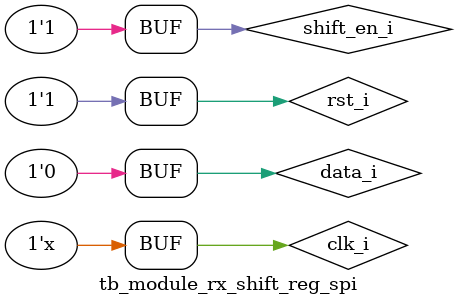
<source format=sv>
`timescale 1ns / 1ps

module tb_module_rx_shift_reg_spi;
    
    // Se�ales de entrada
    logic clk_i; 
    logic rst_i;
    logic shift_en_i;
    logic data_i;

    // Se�ales de salida
    logic [7 : 0] data_o;

    // Instancia el m�dulo
    module_rx_shift_reg_spi DUT (
        .clk_i      (clk_i),
        .rst_i      (rst_i),
        .shift_en_i (shift_en_i),
        .data_i     (data_i),
        .data_o     (data_o)
    );

    initial   clk_i = 0;
    always #5 clk_i = ~clk_i;
  
    initial begin
    rst_i       = 0;
    shift_en_i  = 0;
    data_i      = 0;
    
    #20 
    rst_i       = 1;
    
    #13
    data_i      = 'b1;
    
    #2
    shift_en_i  = 1;
    
    #2
    data_i      = 'b0;
    
    end


endmodule

</source>
